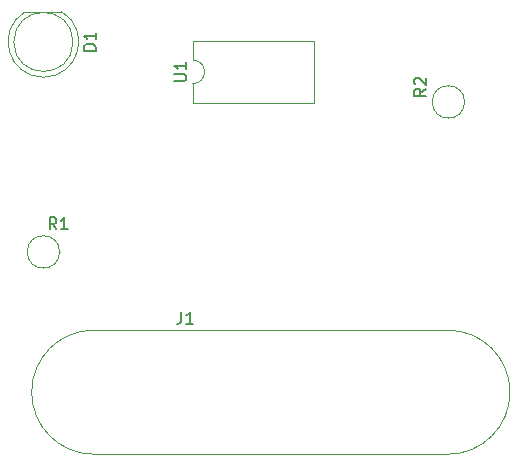
<source format=gbr>
%TF.GenerationSoftware,KiCad,Pcbnew,(5.1.10-1-10_14)*%
%TF.CreationDate,2022-02-21T01:09:15+09:00*%
%TF.ProjectId,SS60,53533630-2e6b-4696-9361-645f70636258,rev?*%
%TF.SameCoordinates,Original*%
%TF.FileFunction,Legend,Top*%
%TF.FilePolarity,Positive*%
%FSLAX46Y46*%
G04 Gerber Fmt 4.6, Leading zero omitted, Abs format (unit mm)*
G04 Created by KiCad (PCBNEW (5.1.10-1-10_14)) date 2022-02-21 01:09:15*
%MOMM*%
%LPD*%
G01*
G04 APERTURE LIST*
%ADD10C,0.120000*%
%ADD11C,0.150000*%
G04 APERTURE END LIST*
D10*
%TO.C,D1*%
X118070000Y-71120000D02*
G75*
G03*
X118070000Y-71120000I-2500000J0D01*
G01*
X117115000Y-68560000D02*
X114025000Y-68560000D01*
X115569538Y-74110000D02*
G75*
G03*
X117114830Y-68560000I462J2990000D01*
G01*
X115570462Y-74110000D02*
G75*
G02*
X114025170Y-68560000I-462J2990000D01*
G01*
%TO.C,J1*%
X119825001Y-106025001D02*
X149825001Y-106025001D01*
X149825001Y-95525001D02*
X119825001Y-95525001D01*
X149825001Y-106025001D02*
G75*
G03*
X149825001Y-95525001I0J5250000D01*
G01*
X119825001Y-95525001D02*
G75*
G03*
X119825001Y-106025001I0J-5250000D01*
G01*
%TO.C,R1*%
X116940000Y-88900000D02*
G75*
G03*
X116940000Y-88900000I-1370000J0D01*
G01*
X116940000Y-88900000D02*
X117010000Y-88900000D01*
%TO.C,R2*%
X149860000Y-74830000D02*
X149860000Y-74760000D01*
X151230000Y-76200000D02*
G75*
G03*
X151230000Y-76200000I-1370000J0D01*
G01*
%TO.C,U1*%
X128210000Y-74660000D02*
X128210000Y-76310000D01*
X128210000Y-76310000D02*
X138490000Y-76310000D01*
X138490000Y-76310000D02*
X138490000Y-71010000D01*
X138490000Y-71010000D02*
X128210000Y-71010000D01*
X128210000Y-71010000D02*
X128210000Y-72660000D01*
X128210000Y-72660000D02*
G75*
G02*
X128210000Y-74660000I0J-1000000D01*
G01*
%TO.C,D1*%
D11*
X119982380Y-71858095D02*
X118982380Y-71858095D01*
X118982380Y-71620000D01*
X119030000Y-71477142D01*
X119125238Y-71381904D01*
X119220476Y-71334285D01*
X119410952Y-71286666D01*
X119553809Y-71286666D01*
X119744285Y-71334285D01*
X119839523Y-71381904D01*
X119934761Y-71477142D01*
X119982380Y-71620000D01*
X119982380Y-71858095D01*
X119982380Y-70334285D02*
X119982380Y-70905714D01*
X119982380Y-70620000D02*
X118982380Y-70620000D01*
X119125238Y-70715238D01*
X119220476Y-70810476D01*
X119268095Y-70905714D01*
%TO.C,J1*%
X127241667Y-93977381D02*
X127241667Y-94691667D01*
X127194048Y-94834524D01*
X127098810Y-94929762D01*
X126955953Y-94977381D01*
X126860715Y-94977381D01*
X128241667Y-94977381D02*
X127670239Y-94977381D01*
X127955953Y-94977381D02*
X127955953Y-93977381D01*
X127860715Y-94120239D01*
X127765477Y-94215477D01*
X127670239Y-94263096D01*
%TO.C,R1*%
X116673333Y-86982380D02*
X116340000Y-86506190D01*
X116101904Y-86982380D02*
X116101904Y-85982380D01*
X116482857Y-85982380D01*
X116578095Y-86030000D01*
X116625714Y-86077619D01*
X116673333Y-86172857D01*
X116673333Y-86315714D01*
X116625714Y-86410952D01*
X116578095Y-86458571D01*
X116482857Y-86506190D01*
X116101904Y-86506190D01*
X117625714Y-86982380D02*
X117054285Y-86982380D01*
X117340000Y-86982380D02*
X117340000Y-85982380D01*
X117244761Y-86125238D01*
X117149523Y-86220476D01*
X117054285Y-86268095D01*
%TO.C,R2*%
X147942380Y-75096666D02*
X147466190Y-75430000D01*
X147942380Y-75668095D02*
X146942380Y-75668095D01*
X146942380Y-75287142D01*
X146990000Y-75191904D01*
X147037619Y-75144285D01*
X147132857Y-75096666D01*
X147275714Y-75096666D01*
X147370952Y-75144285D01*
X147418571Y-75191904D01*
X147466190Y-75287142D01*
X147466190Y-75668095D01*
X147037619Y-74715714D02*
X146990000Y-74668095D01*
X146942380Y-74572857D01*
X146942380Y-74334761D01*
X146990000Y-74239523D01*
X147037619Y-74191904D01*
X147132857Y-74144285D01*
X147228095Y-74144285D01*
X147370952Y-74191904D01*
X147942380Y-74763333D01*
X147942380Y-74144285D01*
%TO.C,U1*%
X126662380Y-74421904D02*
X127471904Y-74421904D01*
X127567142Y-74374285D01*
X127614761Y-74326666D01*
X127662380Y-74231428D01*
X127662380Y-74040952D01*
X127614761Y-73945714D01*
X127567142Y-73898095D01*
X127471904Y-73850476D01*
X126662380Y-73850476D01*
X127662380Y-72850476D02*
X127662380Y-73421904D01*
X127662380Y-73136190D02*
X126662380Y-73136190D01*
X126805238Y-73231428D01*
X126900476Y-73326666D01*
X126948095Y-73421904D01*
%TD*%
M02*

</source>
